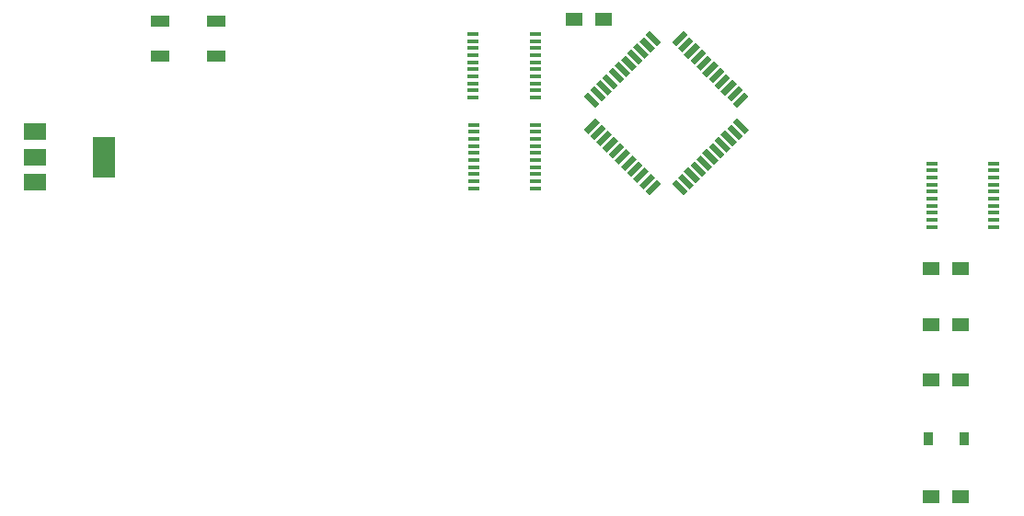
<source format=gbr>
G04 #@! TF.FileFunction,Paste,Top*
%FSLAX46Y46*%
G04 Gerber Fmt 4.6, Leading zero omitted, Abs format (unit mm)*
G04 Created by KiCad (PCBNEW 4.0.6) date 2017 July 07, Friday 18:31:51*
%MOMM*%
%LPD*%
G01*
G04 APERTURE LIST*
%ADD10C,0.100000*%
%ADD11R,1.099820X0.398780*%
%ADD12R,1.500000X1.300000*%
%ADD13R,2.000000X3.800000*%
%ADD14R,2.000000X1.500000*%
%ADD15R,0.900000X1.200000*%
%ADD16R,1.651000X1.000000*%
G04 APERTURE END LIST*
D10*
D11*
X159843639Y-54671939D03*
X159843639Y-55322179D03*
X159843639Y-55972419D03*
X159843639Y-56622659D03*
X159843639Y-57272899D03*
X159843639Y-57918059D03*
X159843639Y-58568299D03*
X159843639Y-59218539D03*
X159843639Y-59868779D03*
X159843639Y-60519019D03*
X165543399Y-60519019D03*
X165543399Y-59868779D03*
X165543399Y-59218539D03*
X165543399Y-58568299D03*
X165543399Y-57918059D03*
X165543399Y-57272899D03*
X165543399Y-56622659D03*
X165543399Y-55972419D03*
X165543399Y-55322179D03*
X165543399Y-54671939D03*
D12*
X162469391Y-64317299D03*
X159769391Y-64317299D03*
D10*
G36*
X128208707Y-51953045D02*
X127819799Y-51564137D01*
X128880459Y-50503477D01*
X129269367Y-50892385D01*
X128208707Y-51953045D01*
X128208707Y-51953045D01*
G37*
G36*
X128774393Y-52518730D02*
X128385485Y-52129822D01*
X129446145Y-51069162D01*
X129835053Y-51458070D01*
X128774393Y-52518730D01*
X128774393Y-52518730D01*
G37*
G36*
X129340078Y-53084415D02*
X128951170Y-52695507D01*
X130011830Y-51634847D01*
X130400738Y-52023755D01*
X129340078Y-53084415D01*
X129340078Y-53084415D01*
G37*
G36*
X129905763Y-53650101D02*
X129516855Y-53261193D01*
X130577515Y-52200533D01*
X130966423Y-52589441D01*
X129905763Y-53650101D01*
X129905763Y-53650101D01*
G37*
G36*
X130471449Y-54215786D02*
X130082541Y-53826878D01*
X131143201Y-52766218D01*
X131532109Y-53155126D01*
X130471449Y-54215786D01*
X130471449Y-54215786D01*
G37*
G36*
X131037134Y-54781472D02*
X130648226Y-54392564D01*
X131708886Y-53331904D01*
X132097794Y-53720812D01*
X131037134Y-54781472D01*
X131037134Y-54781472D01*
G37*
G36*
X131602820Y-55347157D02*
X131213912Y-54958249D01*
X132274572Y-53897589D01*
X132663480Y-54286497D01*
X131602820Y-55347157D01*
X131602820Y-55347157D01*
G37*
G36*
X132168505Y-55912843D02*
X131779597Y-55523935D01*
X132840257Y-54463275D01*
X133229165Y-54852183D01*
X132168505Y-55912843D01*
X132168505Y-55912843D01*
G37*
G36*
X132734191Y-56478528D02*
X132345283Y-56089620D01*
X133405943Y-55028960D01*
X133794851Y-55417868D01*
X132734191Y-56478528D01*
X132734191Y-56478528D01*
G37*
G36*
X133299876Y-57044213D02*
X132910968Y-56655305D01*
X133971628Y-55594645D01*
X134360536Y-55983553D01*
X133299876Y-57044213D01*
X133299876Y-57044213D01*
G37*
G36*
X133865561Y-57609899D02*
X133476653Y-57220991D01*
X134537313Y-56160331D01*
X134926221Y-56549239D01*
X133865561Y-57609899D01*
X133865561Y-57609899D01*
G37*
G36*
X137330385Y-57220991D02*
X136941477Y-57609899D01*
X135880817Y-56549239D01*
X136269725Y-56160331D01*
X137330385Y-57220991D01*
X137330385Y-57220991D01*
G37*
G36*
X137896070Y-56655305D02*
X137507162Y-57044213D01*
X136446502Y-55983553D01*
X136835410Y-55594645D01*
X137896070Y-56655305D01*
X137896070Y-56655305D01*
G37*
G36*
X138461755Y-56089620D02*
X138072847Y-56478528D01*
X137012187Y-55417868D01*
X137401095Y-55028960D01*
X138461755Y-56089620D01*
X138461755Y-56089620D01*
G37*
G36*
X139027441Y-55523935D02*
X138638533Y-55912843D01*
X137577873Y-54852183D01*
X137966781Y-54463275D01*
X139027441Y-55523935D01*
X139027441Y-55523935D01*
G37*
G36*
X139593126Y-54958249D02*
X139204218Y-55347157D01*
X138143558Y-54286497D01*
X138532466Y-53897589D01*
X139593126Y-54958249D01*
X139593126Y-54958249D01*
G37*
G36*
X140158812Y-54392564D02*
X139769904Y-54781472D01*
X138709244Y-53720812D01*
X139098152Y-53331904D01*
X140158812Y-54392564D01*
X140158812Y-54392564D01*
G37*
G36*
X140724497Y-53826878D02*
X140335589Y-54215786D01*
X139274929Y-53155126D01*
X139663837Y-52766218D01*
X140724497Y-53826878D01*
X140724497Y-53826878D01*
G37*
G36*
X141290183Y-53261193D02*
X140901275Y-53650101D01*
X139840615Y-52589441D01*
X140229523Y-52200533D01*
X141290183Y-53261193D01*
X141290183Y-53261193D01*
G37*
G36*
X141855868Y-52695507D02*
X141466960Y-53084415D01*
X140406300Y-52023755D01*
X140795208Y-51634847D01*
X141855868Y-52695507D01*
X141855868Y-52695507D01*
G37*
G36*
X142421553Y-52129822D02*
X142032645Y-52518730D01*
X140971985Y-51458070D01*
X141360893Y-51069162D01*
X142421553Y-52129822D01*
X142421553Y-52129822D01*
G37*
G36*
X142987239Y-51564137D02*
X142598331Y-51953045D01*
X141537671Y-50892385D01*
X141926579Y-50503477D01*
X142987239Y-51564137D01*
X142987239Y-51564137D01*
G37*
G36*
X141926579Y-49548881D02*
X141537671Y-49159973D01*
X142598331Y-48099313D01*
X142987239Y-48488221D01*
X141926579Y-49548881D01*
X141926579Y-49548881D01*
G37*
G36*
X141360893Y-48983196D02*
X140971985Y-48594288D01*
X142032645Y-47533628D01*
X142421553Y-47922536D01*
X141360893Y-48983196D01*
X141360893Y-48983196D01*
G37*
G36*
X140795208Y-48417511D02*
X140406300Y-48028603D01*
X141466960Y-46967943D01*
X141855868Y-47356851D01*
X140795208Y-48417511D01*
X140795208Y-48417511D01*
G37*
G36*
X140229523Y-47851825D02*
X139840615Y-47462917D01*
X140901275Y-46402257D01*
X141290183Y-46791165D01*
X140229523Y-47851825D01*
X140229523Y-47851825D01*
G37*
G36*
X139663837Y-47286140D02*
X139274929Y-46897232D01*
X140335589Y-45836572D01*
X140724497Y-46225480D01*
X139663837Y-47286140D01*
X139663837Y-47286140D01*
G37*
G36*
X139098152Y-46720454D02*
X138709244Y-46331546D01*
X139769904Y-45270886D01*
X140158812Y-45659794D01*
X139098152Y-46720454D01*
X139098152Y-46720454D01*
G37*
G36*
X138532466Y-46154769D02*
X138143558Y-45765861D01*
X139204218Y-44705201D01*
X139593126Y-45094109D01*
X138532466Y-46154769D01*
X138532466Y-46154769D01*
G37*
G36*
X137966781Y-45589083D02*
X137577873Y-45200175D01*
X138638533Y-44139515D01*
X139027441Y-44528423D01*
X137966781Y-45589083D01*
X137966781Y-45589083D01*
G37*
G36*
X137401095Y-45023398D02*
X137012187Y-44634490D01*
X138072847Y-43573830D01*
X138461755Y-43962738D01*
X137401095Y-45023398D01*
X137401095Y-45023398D01*
G37*
G36*
X136835410Y-44457713D02*
X136446502Y-44068805D01*
X137507162Y-43008145D01*
X137896070Y-43397053D01*
X136835410Y-44457713D01*
X136835410Y-44457713D01*
G37*
G36*
X136269725Y-43892027D02*
X135880817Y-43503119D01*
X136941477Y-42442459D01*
X137330385Y-42831367D01*
X136269725Y-43892027D01*
X136269725Y-43892027D01*
G37*
G36*
X134926221Y-43503119D02*
X134537313Y-43892027D01*
X133476653Y-42831367D01*
X133865561Y-42442459D01*
X134926221Y-43503119D01*
X134926221Y-43503119D01*
G37*
G36*
X134360536Y-44068805D02*
X133971628Y-44457713D01*
X132910968Y-43397053D01*
X133299876Y-43008145D01*
X134360536Y-44068805D01*
X134360536Y-44068805D01*
G37*
G36*
X133794851Y-44634490D02*
X133405943Y-45023398D01*
X132345283Y-43962738D01*
X132734191Y-43573830D01*
X133794851Y-44634490D01*
X133794851Y-44634490D01*
G37*
G36*
X133229165Y-45200175D02*
X132840257Y-45589083D01*
X131779597Y-44528423D01*
X132168505Y-44139515D01*
X133229165Y-45200175D01*
X133229165Y-45200175D01*
G37*
G36*
X132663480Y-45765861D02*
X132274572Y-46154769D01*
X131213912Y-45094109D01*
X131602820Y-44705201D01*
X132663480Y-45765861D01*
X132663480Y-45765861D01*
G37*
G36*
X132097794Y-46331546D02*
X131708886Y-46720454D01*
X130648226Y-45659794D01*
X131037134Y-45270886D01*
X132097794Y-46331546D01*
X132097794Y-46331546D01*
G37*
G36*
X131532109Y-46897232D02*
X131143201Y-47286140D01*
X130082541Y-46225480D01*
X130471449Y-45836572D01*
X131532109Y-46897232D01*
X131532109Y-46897232D01*
G37*
G36*
X130966423Y-47462917D02*
X130577515Y-47851825D01*
X129516855Y-46791165D01*
X129905763Y-46402257D01*
X130966423Y-47462917D01*
X130966423Y-47462917D01*
G37*
G36*
X130400738Y-48028603D02*
X130011830Y-48417511D01*
X128951170Y-47356851D01*
X129340078Y-46967943D01*
X130400738Y-48028603D01*
X130400738Y-48028603D01*
G37*
G36*
X129835053Y-48594288D02*
X129446145Y-48983196D01*
X128385485Y-47922536D01*
X128774393Y-47533628D01*
X129835053Y-48594288D01*
X129835053Y-48594288D01*
G37*
G36*
X129269367Y-49159973D02*
X128880459Y-49548881D01*
X127819799Y-48488221D01*
X128208707Y-48099313D01*
X129269367Y-49159973D01*
X129269367Y-49159973D01*
G37*
D11*
X123323519Y-48606419D03*
X123323519Y-47956179D03*
X123323519Y-47305939D03*
X123323519Y-46655699D03*
X123323519Y-46005459D03*
X123323519Y-45360299D03*
X123323519Y-44710059D03*
X123323519Y-44059819D03*
X123323519Y-43409579D03*
X123323519Y-42759339D03*
X117623759Y-42759339D03*
X117623759Y-43409579D03*
X117623759Y-44059819D03*
X117623759Y-44710059D03*
X117623759Y-45360299D03*
X117623759Y-46005459D03*
X117623759Y-46655699D03*
X117623759Y-47305939D03*
X117623759Y-47956179D03*
X117623759Y-48606419D03*
X123379399Y-56963019D03*
X123379399Y-56312779D03*
X123379399Y-55662539D03*
X123379399Y-55012299D03*
X123379399Y-54362059D03*
X123379399Y-53716899D03*
X123379399Y-53066659D03*
X123379399Y-52416419D03*
X123379399Y-51766179D03*
X123379399Y-51115939D03*
X117679639Y-51115939D03*
X117679639Y-51766179D03*
X117679639Y-52416419D03*
X117679639Y-53066659D03*
X117679639Y-53716899D03*
X117679639Y-54362059D03*
X117679639Y-55012299D03*
X117679639Y-55662539D03*
X117679639Y-56312779D03*
X117679639Y-56963019D03*
D13*
X83615275Y-54075929D03*
D14*
X77315275Y-54075929D03*
X77315275Y-56375929D03*
X77315275Y-51775929D03*
D15*
X162813000Y-80010000D03*
X159513000Y-80010000D03*
D12*
X162469391Y-69524299D03*
X159769391Y-69524299D03*
X162469391Y-74604299D03*
X159769391Y-74604299D03*
X162466000Y-85344000D03*
X159766000Y-85344000D03*
D16*
X88826000Y-41580000D03*
X93980000Y-41580000D03*
X93980000Y-44780000D03*
X88826000Y-44780000D03*
D12*
X126920000Y-41402000D03*
X129620000Y-41402000D03*
M02*

</source>
